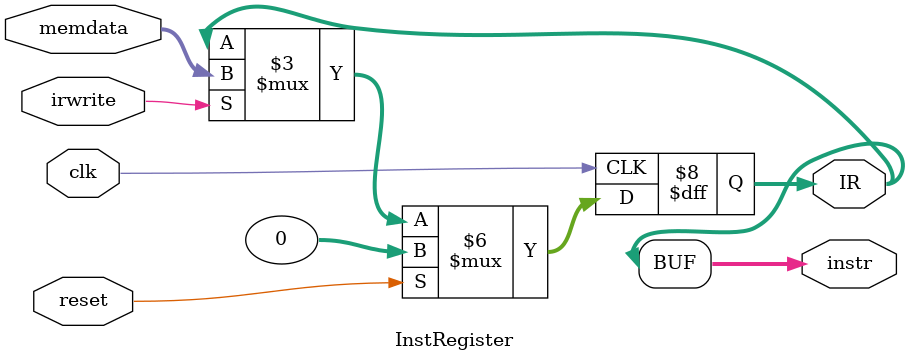
<source format=v>

module InstRegister(reset, clk, irwrite, memdata, instr, IR);
    input reset;
    input clk;
    input irwrite;
    input [31:0] memdata;
    output reg [31:0] instr;
    output reg [31:0] IR;

    always @(posedge clk) begin
        if (reset) 
            IR <= 0;
        else if (irwrite)
            IR <= memdata;
    end

    always @(*) begin        
        instr = IR;
    end

endmodule

</source>
